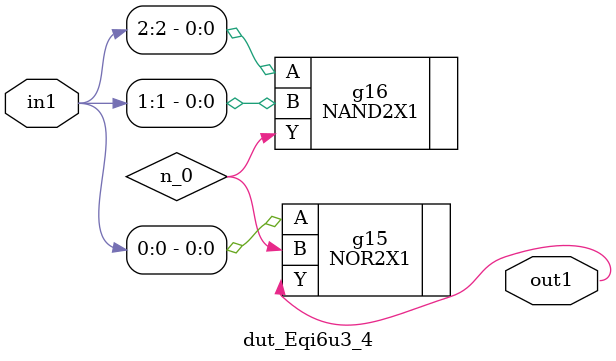
<source format=v>
`timescale 1ps / 1ps


module dut_Eqi6u3_4(in1, out1);
  input [2:0] in1;
  output out1;
  wire [2:0] in1;
  wire out1;
  wire n_0;
  NOR2X1 g15(.A (in1[0]), .B (n_0), .Y (out1));
  NAND2X1 g16(.A (in1[2]), .B (in1[1]), .Y (n_0));
endmodule



</source>
